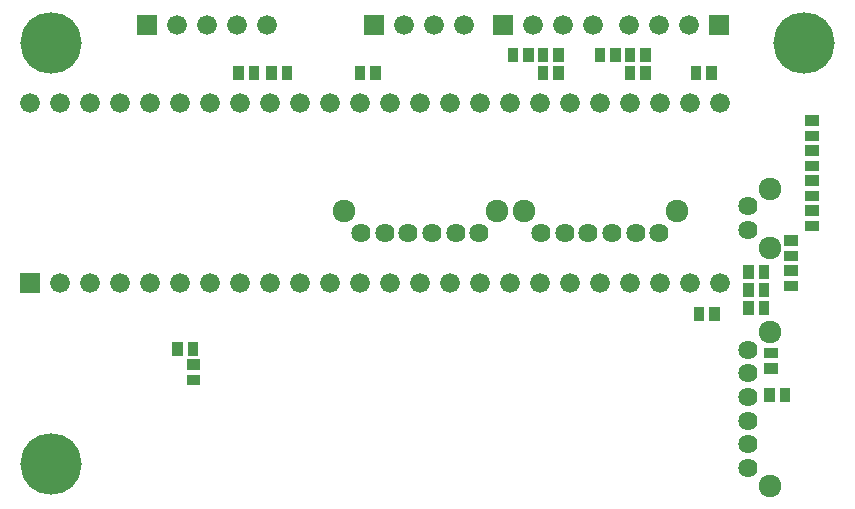
<source format=gbr>
G04 start of page 6 for group -4063 idx -4063 *
G04 Title: control, componentmask *
G04 Creator: pcb 20140316 *
G04 CreationDate: Thu 08 Jun 2017 03:46:08 AM GMT UTC *
G04 For: brian *
G04 Format: Gerber/RS-274X *
G04 PCB-Dimensions (mil): 6000.00 5000.00 *
G04 PCB-Coordinate-Origin: lower left *
%MOIN*%
%FSLAX25Y25*%
%LNTOPMASK*%
%ADD66R,0.0355X0.0355*%
%ADD65C,0.2050*%
%ADD64C,0.0757*%
%ADD63C,0.0640*%
%ADD62C,0.0660*%
%ADD61C,0.0001*%
G54D61*G36*
X195200Y226800D02*Y220200D01*
X201800D01*
Y226800D01*
X195200D01*
G37*
G54D62*X208500Y223500D03*
X218500D03*
X143000D03*
X153000D03*
X163000D03*
X228500D03*
X214000Y137500D03*
X224000D03*
X234000D03*
X244000D03*
G54D63*X233685Y154217D03*
G54D64*X239591Y161484D03*
G54D63*X225811Y154217D03*
X217937D03*
X210063D03*
X202189D03*
X194315D03*
G54D64*X188409Y161484D03*
G54D63*X254315Y154217D03*
G54D64*X248409Y161484D03*
G54D61*G36*
X310200Y226800D02*Y220200D01*
X316800D01*
Y226800D01*
X310200D01*
G37*
G54D65*X342000Y217500D03*
G54D62*X314000Y197500D03*
X303500Y223500D03*
X304000Y197500D03*
X294000D03*
X293500Y223500D03*
X283500D03*
G54D61*G36*
X238200Y226800D02*Y220200D01*
X244800D01*
Y226800D01*
X238200D01*
G37*
G54D62*X251500Y223500D03*
X261500D03*
X271500D03*
X284000Y197500D03*
X274000D03*
X264000D03*
X254000D03*
X244000D03*
X234000D03*
X224000D03*
X214000D03*
X204000D03*
X194000D03*
X184000D03*
X174000D03*
X164000D03*
X154000D03*
X144000D03*
X254000Y137500D03*
X264000D03*
X274000D03*
G54D63*X323217Y75815D03*
G54D64*X330484Y69909D03*
G54D63*X323217Y83689D03*
Y91563D03*
Y99437D03*
Y107311D03*
Y115185D03*
G54D62*X284000Y137500D03*
X294000D03*
X304000D03*
X314000D03*
G54D63*X323217Y155063D03*
Y162937D03*
G54D64*X330484Y149157D03*
Y168843D03*
Y121091D03*
G54D63*X293685Y154217D03*
X285811D03*
X277937D03*
X270063D03*
X262189D03*
G54D64*X299591Y161484D03*
G54D65*X91000Y217500D03*
G54D61*G36*
X119700Y226800D02*Y220200D01*
X126300D01*
Y226800D01*
X119700D01*
G37*
G54D62*X133000Y223500D03*
X134000Y197500D03*
X124000D03*
X114000D03*
X104000D03*
X94000D03*
X84000D03*
G54D61*G36*
X80700Y140800D02*Y134200D01*
X87300D01*
Y140800D01*
X80700D01*
G37*
G54D65*X91000Y77000D03*
G54D62*X94000Y137500D03*
X104000D03*
X114000D03*
X124000D03*
X134000D03*
X144000D03*
X154000D03*
X164000D03*
X174000D03*
X184000D03*
X194000D03*
X204000D03*
G54D66*X193941Y207992D02*Y207008D01*
X199059Y207992D02*Y207008D01*
X164441Y207992D02*Y207008D01*
X169559Y207992D02*Y207008D01*
X153441Y207992D02*Y207008D01*
X158559Y207992D02*Y207008D01*
X283941Y207992D02*Y207008D01*
X244941Y213992D02*Y213008D01*
X250059Y213992D02*Y213008D01*
X254941Y213992D02*Y213008D01*
X260059Y213992D02*Y213008D01*
X254941Y207992D02*Y207008D01*
X260059Y207992D02*Y207008D01*
X273941Y213992D02*Y213008D01*
X279059Y213992D02*Y213008D01*
X283941Y213992D02*Y213008D01*
X289059Y213992D02*Y213008D01*
Y207992D02*Y207008D01*
X305941Y207992D02*Y207008D01*
X311059Y207992D02*Y207008D01*
X344008Y176441D02*X344992D01*
X344008Y181559D02*X344992D01*
X344008Y186441D02*X344992D01*
X344008Y191559D02*X344992D01*
X330441Y100492D02*Y99508D01*
X335559Y100492D02*Y99508D01*
X330508Y108941D02*X331492D01*
X330508Y114059D02*X331492D01*
X306941Y127492D02*Y126508D01*
X312059Y127492D02*Y126508D01*
X323441Y141492D02*Y140508D01*
X328559Y141492D02*Y140508D01*
Y129492D02*Y128508D01*
X323441Y129492D02*Y128508D01*
Y135492D02*Y134508D01*
X328559Y135492D02*Y134508D01*
X337008Y151559D02*X337992D01*
X337008Y146441D02*X337992D01*
X337008Y141559D02*X337992D01*
X337008Y136441D02*X337992D01*
X344008Y161559D02*X344992D01*
X344008Y156441D02*X344992D01*
X344008Y166441D02*X344992D01*
X344008Y171559D02*X344992D01*
X133100Y115892D02*Y114908D01*
X138218Y115892D02*Y114908D01*
X137908Y110218D02*X138892D01*
X137908Y105100D02*X138892D01*
M02*

</source>
